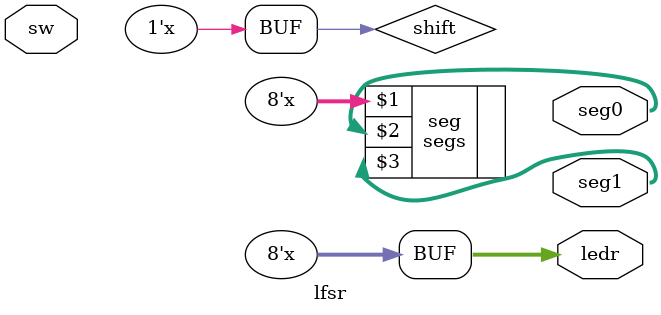
<source format=v>
module lfsr (
    input  sw,
    output reg [7:0] ledr = 8'b00000010,
    output [7:0] seg0,
    output [7:0] seg1);

reg shift;   
always @ (sw) begin
    shift = ledr[4] ^ ledr[3] ^ ledr[2] ^ ledr[0];
    ledr <= {shift,ledr[7:1]};
end    
segs seg(ledr, seg0, seg1);
endmodule

</source>
